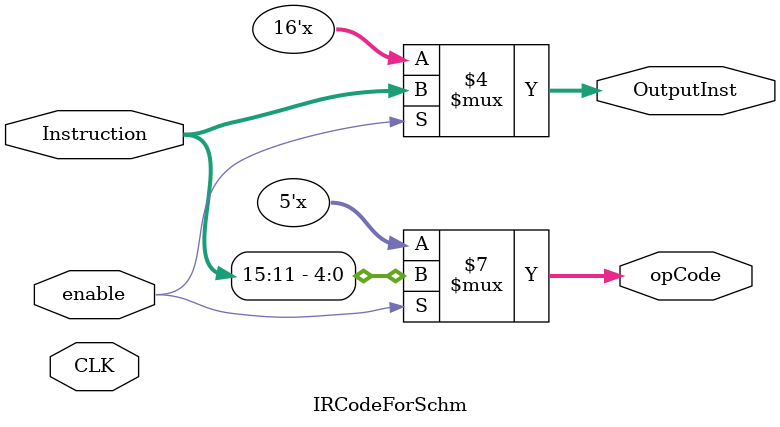
<source format=v>
`timescale 1ns / 1ps
module IRCodeForSchm(
    input [15:0] Instruction,
    output reg [15:0] OutputInst,
	 output reg [4:0] opCode,
    input enable,
	 input CLK
    );
always @ (CLK) begin
	if (enable == 1) begin
		opCode[4:0] = Instruction[15:11];
		OutputInst[15:0] = Instruction[15:0];
	end
	end

endmodule

</source>
